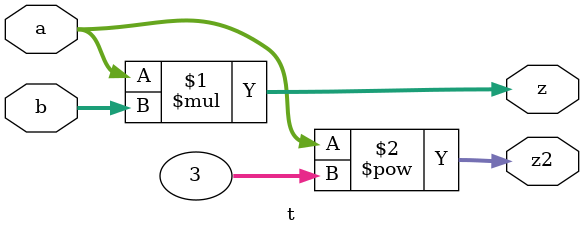
<source format=v>

module t (/*AUTOARG*/
   // Outputs
   z, z2,
   // Inputs
   a, b
   );

   input signed [17*32 : 0] a;
   input signed [17*32 : 0] b;

   output signed [17*32 : 0] z;
   output signed [17*32 : 0] z2;

   assign z = a * b;
   assign z2 = a ** 3;

endmodule

</source>
